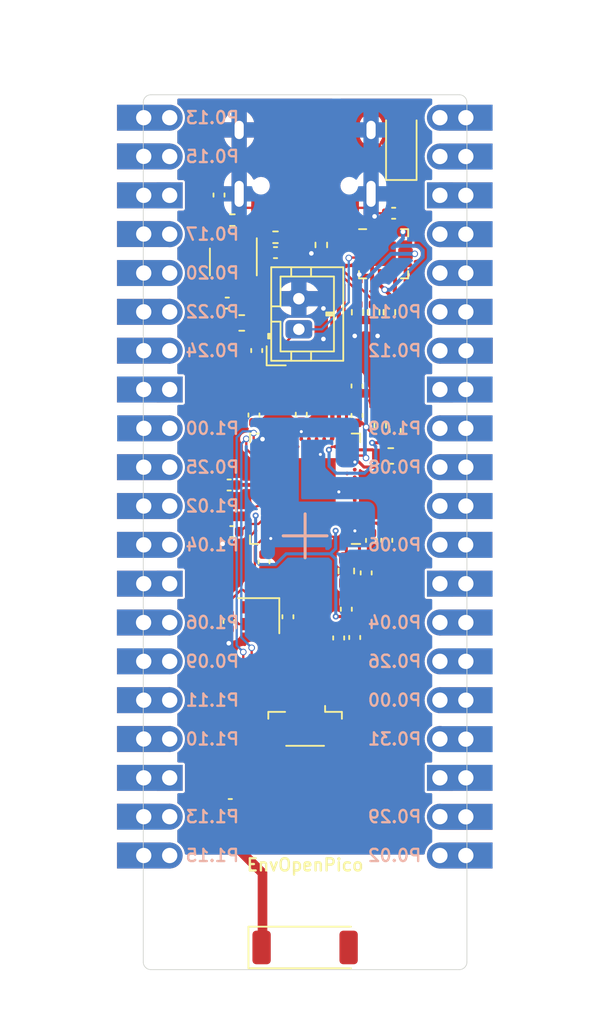
<source format=kicad_pcb>
(kicad_pcb (version 20221018) (generator pcbnew)
  (title_block (title "RP2040 Minimal Design Example") (date "2020-07-13") (rev "REV1") (company "Raspberry Pi (Trading) Ltd"))
  (layers (0 "F.Cu" signal) (31 "B.Cu" signal) (34 "B.Paste" user) (35 "F.Paste" user) (36 "B.SilkS" user "B.Silkscreen") (37 "F.SilkS" user "F.Silkscreen") (38 "B.Mask" user) (39 "F.Mask" user) (44 "Edge.Cuts" user))
  (net 0 "")
  (net 1 "GND")
  (net 2 "VBUS")
  (net 3 "/SWD")
  (net 4 "/SWCLK")
  (net 5 "Net-(AE1-A)")
  (net 6 "Net-(BT1-+)")
  (net 7 "3V3_EN")
  (net 8 "USB_D+")
  (net 9 "USB_D-")
  (net 10 "VSYS")
  (net 11 "Net-(U3-XC1)")
  (net 12 "VDDH")
  (net 13 "Net-(U3-XC2)")
  (net 14 "Net-(U3-ANT)")
  (net 15 "Net-(U3-DEC1)")
  (net 16 "RESET")
  (net 17 "Net-(U3-DEC3)")
  (net 18 "Net-(U3-DEC5)")
  (net 19 "Net-(U3-DECUSB)")
  (net 20 "Net-(U3-DEC4)")
  (net 21 "Net-(D2-K)")
  (net 22 "VDD_NRF")
  (net 23 "Net-(D2-A)")
  (net 24 "Net-(L2-Pad2)")
  (net 25 "GPIO7")
  (net 26 "GPIO0")
  (net 27 "GPIO1")
  (net 28 "GPIO2")
  (net 29 "GPIO3")
  (net 30 "GPIO4")
  (net 31 "GPIO5")
  (net 32 "GPIO6")
  (net 33 "GPIO10")
  (net 34 "GPIO9")
  (net 35 "GPIO8")
  (net 36 "GPIO15")
  (net 37 "GPIO14")
  (net 38 "GPIO13")
  (net 39 "GPIO12")
  (net 40 "GPIO11")
  (net 41 "GPIO26")
  (net 42 "GPIO25")
  (net 43 "GPIO24")
  (net 44 "GPIO23")
  (net 45 "GPIO22")
  (net 46 "GPIO21")
  (net 47 "GPIO20")
  (net 48 "GPIO19")
  (net 49 "GPIO18")
  (net 50 "GPIO17")
  (net 51 "GPIO16")
  (net 52 "Net-(U1-SW)")
  (net 53 "Net-(U3-DCC)")
  (net 54 "Net-(U3-DCCH)")
  (net 55 "Net-(USB1-CC1)")
  (net 56 "Net-(USB1-CC2)")
  (net 57 "Net-(U2-ISET)")
  (net 58 "Net-(U2-TS)")
  (net 85 "+3V3")
  (footprint "Connector_JST:JST_SUR_BM03B-SURS-TF_1x03-1MP_P0.80mm_Vertical" (layer "F.Cu") (at 37 66.6 180)
    (fp_text reference "J5" hide)
    (fp_text value "BM03B 3P" hide)
  )
  (footprint "HRO-TYPE-C31-M-12:HRO-TYPE-C-31-M-12" (layer "F.Cu") (at 37 24.925 180)
    (fp_text reference "USB1" hide)
    (fp_text value "TYPE-C-31-M-12" hide)
  )
  (footprint "Diode_SMD:D_SOD-123" (layer "F.Cu") (at 43.302 28.55 90)
    (fp_text reference "D4" hide)
    (fp_text value "1N4002W" hide)
  )
  (footprint "Package_DFN_QFN:Nordic_AQFN-73-1EP_7x7mm_P0.5mm" (layer "F.Cu") (at 37 50.995 180)
    (fp_text reference "U3" hide)
    (fp_text value "nRF52840" hide)
  )
  (footprint "RF_Antenna:Johanson_2450AT43F0100" (layer "F.Cu") (at 37 81)
    (fp_text reference "AE1" hide)
    (fp_text value "Antenna" hide)
  )
  (footprint "Package_DFN_QFN:VQFN-16-1EP_3x3mm_P0.5mm_EP1.6x1.6mm" (layer "F.Cu") (at 42.14 35.625)
    (fp_text reference "U2" hide)
    (fp_text value "BQ24072RGT" hide)
  )
  (footprint "Capacitor_SMD:C_0402_1005Metric" (layer "F.Cu") (at 40.4 46.205 -90)
    (fp_text reference "C3" hide)
    (fp_text value "4.7uF" hide)
  )
  (footprint "Capacitor_SMD:C_0402_1005Metric" (layer "F.Cu") (at 39.7 58.875 90)
    (fp_text reference "L2" hide)
    (fp_text value "15nH" hide)
  )
  (footprint "Capacitor_SMD:C_0402_1005Metric" (layer "F.Cu") (at 33.83 41.955 90)
    (fp_text reference "C21" hide)
    (fp_text value "4.7uf 0402" hide)
  )
  (footprint "Resistor_SMD:R_0402_1005Metric" (layer "F.Cu") (at 35.06 34.545 180)
    (fp_text reference "R6" hide)
    (fp_text value "5.1K" hide)
  )
  (footprint "Capacitor_SMD:C_0402_1005Metric" (layer "F.Cu") (at 42.8 32.975 180)
    (fp_text reference "C19" hide)
    (fp_text value "0402 1uF" hide)
  )
  (footprint "Capacitor_SMD:C_0402_1005Metric" (layer "F.Cu") (at 39.2 60.755 90)
    (fp_text reference "C23" hide)
    (fp_text value "1uF" hide)
  )
  (footprint "Capacitor_SMD:C_0402_1005Metric" (layer "F.Cu") (at 31.36 31.785 90)
    (fp_text reference "C12" hide)
    (fp_text value "0.1uf 0402" hide)
  )
  (footprint "Capacitor_SMD:C_0402_1005Metric" (layer "F.Cu") (at 35.874188 59.369998 90)
    (fp_text reference "C11" hide)
    (fp_text value "15pF 0402" hide)
  )
  (footprint "Inductor_SMD:L_0603_1608Metric" (layer "F.Cu") (at 39.7 56.375 90)
    (fp_text reference "L3" hide)
    (fp_text value "10uH" hide)
  )
  (footprint "Resistor_SMD:R_0402_1005Metric" (layer "F.Cu") (at 41.92 46.85 -90)
    (fp_text reference "C20" hide)
    (fp_text value "0402 10uF" hide)
  )
  (footprint "Capacitor_SMD:C_0402_1005Metric" (layer "F.Cu") (at 42.9 47.18 90)
    (fp_text reference "C18" hide)
    (fp_text value "4.7uF" hide)
  )
  (footprint "Capacitor_SMD:C_0402_1005Metric" (layer "F.Cu") (at 32.2 53.8 180)
    (fp_text reference "C16" hide)
    (fp_text value "100pF 0402" hide)
  )
  (footprint "Capacitor_SMD:C_0402_1005Metric" (layer "F.Cu") (at 40.4 44.275 90)
    (fp_text reference "C22" hide)
    (fp_text value "4.7uF" hide)
  )
  (footprint "Capacitor_SMD:C_0402_1005Metric" (layer "F.Cu") (at 34.31 55.775 90)
    (fp_text reference "C2" hide)
    (fp_text value "100nF" hide)
  )
  (footprint "Package_TO_SOT_SMD:TSOT-23-5" (layer "F.Cu") (at 32.325 36.16 -90)
    (fp_text reference "U1" hide)
    (fp_text value "LM3671MF 3.3" hide)
  )
  (footprint "Inductor_SMD:L_0603_1608Metric" (layer "F.Cu") (at 32.85 40.15 180)
    (fp_text reference "L1" hide)
    (fp_text value "INDUCTOR 2.2uH 0603" hide)
  )
  (footprint "Inductor_SMD:L_0402_1005Metric" (layer "F.Cu") (at 31.66 73.1 90)
    (fp_text reference "L5" hide)
    (fp_text value "5.6nH 0402" hide)
  )
  (footprint "Capacitor_SMD:C_0402_1005Metric" (layer "F.Cu") (at 32.015 59.68 90)
    (fp_text reference "C10" hide)
    (fp_text value "15pF 0402" hide)
  )
  (footprint "Crystal:Crystal_SMD_2016-4Pin_2.0x1.6mm" (layer "F.Cu") (at 33.96 59.3 180)
    (fp_text reference "Y1" hide)
    (fp_text value "32MHz 12pF 2016-4P" hide)
  )
  (footprint "Capacitor_SMD:C_0402_1005Metric" (layer "F.Cu") (at 35.06 35.55)
    (fp_text reference "C1" hide)
    (fp_text value "10uf 0402" hide)
  )
  (footprint "Capacitor_SMD:C_0402_1005Metric" (layer "F.Cu") (at 31.9 38.85)
    (fp_text reference "C9" hide)
    (fp_text value "4.7uf 0402" hide)
  )
  (footprint "Resistor_SMD:R_0402_1005Metric" (layer "F.Cu") (at 42.52 39.45 -90)
    (fp_text reference "R14" hide)
    (fp_text value "10K 0402" hide)
  )
  (footprint "Capacitor_SMD:C_0402_1005Metric" (layer "F.Cu") (at 40.25 60.725 90)
    (fp_text reference "C24" hide)
    (fp_text value "47nF" hide)
  )
  (footprint "Capacitor_SMD:C_0402_1005Metric" (layer "F.Cu") (at 32.1 71.65)
    (fp_text reference "C14" hide)
    (fp_text value "0402 0.8pF" hide)
  )
  (footprint "Resistor_SMD:R_0402_1005Metric" (layer "F.Cu") (at 40.44 39.45 -90)
    (fp_text reference "R11" hide)
    (fp_text value "10K 0402" hide)
  )
  (footprint "Capacitor_SMD:C_0402_1005Metric" (layer "F.Cu") (at 42.35 54.37 -90)
    (fp_text reference "C15" hide)
    (fp_text value "100nF 0402" hide)
  )
  (footprint "Capacitor_SMD:C_0402_1005Metric" (layer "F.Cu") (at 32.025 50.75 180)
    (fp_text reference "C17" hide)
    (fp_text value "820pF 0402 - DNP" hide)
  )
  (footprint "Connector_JST:JST_PH_B2B-PH-K_1x02_P2.00mm_Vertical" (layer "F.Cu") (at 36.59 40.565 90)
    (fp_text reference "BT1" hide)
    (fp_text value "Li-Po Battery" hide)
  )
  (footprint "Resistor_SMD:R_0402_1005Metric" (layer "F.Cu") (at 32.235 33.425 180)
    (fp_text reference "R7" hide)
    (fp_text value "100ohm" hide)
  )
  (footprint "Capacitor_SMD:C_0402_1005Metric" (layer "F.Cu") (at 41 56.5 90)
    (fp_text reference "C5" hide)
    (fp_text value "100nF" hide)
  )
  (footprint "Capacitor_SMD:C_0402_1005Metric" (layer "F.Cu") (at 36.75 46.125 90)
    (fp_text reference "C6" hide)
    (fp_text value "100nF" hide)
  )
  (footprint "Inductor_SMD:L_0603_1608Metric" (layer "F.Cu") (at 42.61 48.85 180)
    (fp_text reference "L4" hide)
    (fp_text value "10uH" hide)
  )
  (footprint "Capacitor_SMD:C_0402_1005Metric" (layer "F.Cu") (at 41.35 54.375 -90)
    (fp_text reference "C4" hide)
    (fp_text value "1uF" hide)
  )
  (footprint "Resistor_SMD:R_0402_1005Metric" (layer "F.Cu") (at 41.49 39.45 90)
    (fp_text reference "R12" hide)
    (fp_text value "10K 0402" hide)
  )
  (footprint "Capacitor_SMD:C_0402_1005Metric" (layer "F.Cu") (at 33.65 46.175 -90)
    (fp_text reference "C7" hide)
    (fp_text value "4.7uF" hide)
  )
  (footprint "Resistor_SMD:R_0402_1005Metric" (layer "F.Cu") (at 38.06 35.05 90)
    (fp_text reference "R5" hide)
    (fp_text value "5.1K" hide)
  )
  (footprint "LED_SMD:LED_0402_1005Metric" (layer "F.Cu") (at 43.55 38.775 -90)
    (fp_text reference "D2" hide)
    (fp_text value "0402 led" hide)
  )
  (footprint "2.54mmheadercastelation:PinHeader_1x20_P2.54mm_Vertical_castelated" (layer "B.Cu") (at 45.83 26.725 180)
    (fp_text reference "J4" hide)
    (fp_text value "2.54mm header 01x20" hide)
  )
  (footprint "2.54mmheadercastelation:PinHeader_1x20_P2.54mm_Vertical_castelated" (layer "B.Cu") (at 28.13 74.985)
    (fp_text reference "J3" hide)
    (fp_text value "2.54mm header 01x20" hide)
  )
  (gr_arc (start 47.6 81.95) (mid 47.453553 82.303553) (end 47.1 82.45) (stroke (width 0.05)) (layer "Edge.Cuts"))
  (gr_line (start 47.6 81.95) (end 47.6 25.725) (stroke (width 0.05)) (layer "Edge.Cuts"))
  (gr_arc (start 47.1 25.225) (mid 47.453553 25.371447) (end 47.6 25.725) (stroke (width 0.05)) (layer "Edge.Cuts"))
  (gr_line (start 26.4 81.95) (end 26.4 25.725) (stroke (width 0.05)) (layer "Edge.Cuts"))
  (gr_arc (start 26.4 25.725) (mid 26.546447 25.371447) (end 26.9 25.225) (stroke (width 0.05)) (layer "Edge.Cuts"))
  (gr_line (start 26.9 82.45) (end 47.1 82.45) (stroke (width 0.05)) (layer "Edge.Cuts"))
  (gr_arc (start 26.9 82.45) (mid 26.546447 82.303553) (end 26.4 81.95) (stroke (width 0.05)) (layer "Edge.Cuts"))
  (gr_line (start 26.9 25.225) (end 47.1 25.225) (stroke (width 0.05)) (layer "Edge.Cuts"))
  (gr_text "P0.17" (at 30.924 34.345) (layer "B.SilkS") (effects (font (size 0.8 0.8) (thickness 0.153)) (justify mirror)))
  (gr_text "P0.12" (at 42.862 41.965) (layer "B.SilkS") (effects (font (size 0.8 0.8) (thickness 0.153)) (justify mirror)))
  (gr_text "P0.02" (at 42.862 74.985) (layer "B.SilkS") (effects (font (size 0.8 0.8) (thickness 0.153)) (justify mirror)))
  (gr_text "P0.15" (at 30.924 29.265) (layer "B.SilkS") (effects (font (size 0.8 0.8) (thickness 0.153)) (justify mirror)))
  (gr_text "P1.06" (at 30.924 59.745) (layer "B.SilkS") (effects (font (size 0.8 0.8) (thickness 0.153)) (justify mirror)))
  (gr_text "P1.10" (at 30.924 67.365) (layer "B.SilkS") (effects (font (size 0.8 0.8) (thickness 0.153)) (justify mirror)))
  (gr_text "P0.00" (at 42.862 64.825) (layer "B.SilkS") (effects (font (size 0.8 0.8) (thickness 0.153)) (justify mirror)))
  (gr_text "P1.02" (at 30.924 52.125) (layer "B.SilkS") (effects (font (size 0.8 0.8) (thickness 0.153)) (justify mirror)))
  (gr_text "P0.06" (at 42.862 54.665) (layer "B.SilkS") (effects (font (size 0.8 0.8) (thickness 0.153)) (justify mirror)))
  (gr_text "P1.09" (at 42.862 47.045) (layer "B.SilkS") (effects (font (size 0.8 0.8) (thickness 0.153)) (justify mirror)))
  (gr_text "P0.24" (at 30.924 41.965) (layer "B.SilkS") (effects (font (size 0.8 0.8) (thickness 0.153)) (justify mirror)))
  (gr_text "P0.26" (at 42.862 62.285) (layer "B.SilkS") (effects (font (size 0.8 0.8) (thickness 0.153)) (justify mirror)))
  (gr_text "P0.13" (at 30.924 26.725) (layer "B.SilkS") (effects (font (size 0.8 0.8) (thickness 0.153)) (justify mirror)))
  (gr_text "P0.25" (at 30.924 49.585) (layer "B.SilkS") (effects (font (size 0.8 0.8) (thickness 0.153)) (justify mirror)))
  (gr_text "P1.04" (at 30.924 54.665) (layer "B.SilkS") (effects (font (size 0.8 0.8) (thickness 0.153)) (justify mirror)))
  (gr_text "P0.11" (at 42.862 39.425) (layer "B.SilkS") (effects (font (size 0.8 0.8) (thickness 0.153)) (justify mirror)))
  (gr_text "P1.00" (at 30.924 47.045) (layer "B.SilkS") (effects (font (size 0.8 0.8) (thickness 0.153)) (justify mirror)))
  (gr_text "P0.20" (at 30.924 36.885) (layer "B.SilkS") (effects (font (size 0.8 0.8) (thickness 0.153)) (justify mirror)))
  (gr_text "P1.11" (at 30.924 64.825) (layer "B.SilkS") (effects (font (size 0.8 0.8) (thickness 0.153)) (justify mirror)))
  (gr_text "P1.13" (at 30.924 72.445) (layer "B.SilkS") (effects (font (size 0.8 0.8) (thickness 0.153)) (justify mirror)))
  (gr_text "P1.15" (at 30.924 74.985) (layer "B.SilkS") (effects (font (size 0.8 0.8) (thickness 0.153)) (justify mirror)))
  (gr_text "P0.22" (at 30.924 39.425) (layer "B.SilkS") (effects (font (size 0.8 0.8) (thickness 0.153)) (justify mirror)))
  (gr_text "P0.31" (at 42.862 67.365) (layer "B.SilkS") (effects (font (size 0.8 0.8) (thickness 0.153)) (justify mirror)))
  (gr_text "P0.29" (at 42.862 72.445) (layer "B.SilkS") (effects (font (size 0.8 0.8) (thickness 0.153)) (justify mirror)))
  (gr_text "P0.08" (at 42.862 49.585) (layer "B.SilkS") (effects (font (size 0.8 0.8) (thickness 0.153)) (justify mirror)))
  (gr_text "P0.09" (at 30.924 62.285) (layer "B.SilkS") (effects (font (size 0.8 0.8) (thickness 0.153)) (justify mirror)))
  (gr_text "P0.04" (at 42.862 59.745) (layer "B.SilkS") (effects (font (size 0.8 0.8) (thickness 0.153)) (justify mirror)))
  (gr_text "EnvOpenPico" (at 37 75.6) (layer "F.SilkS") (effects (font (size 0.8 0.8) (thickness 0.153))))
  (dimension (type center) (layer "B.SilkS") (pts (xy 37 54.075) (xy 37 52.64)) (style (thickness 0.2) (arrow_length 1.27) (text_position_mode 0) (extension_offset 0.5) keep_text_aligned))
  (segment (start 41.39 36.375) (end 41.39 37.0625) (width 0.25) (layer "F.Cu") (net 1))
  (segment (start 41.89 33.52) (end 41.55 33.18) (width 0.25) (layer "F.Cu") (net 1))
  (segment (start 37 65.75) (end 37.06 65.69) (width 0.15) (layer "F.Cu") (net 1))
  (segment (start 31.6 53.92) (end 31.72 53.8) (width 0.15) (layer "F.Cu") (net 1))
  (segment (start 38.5 52.495) (end 37 50.995) (width 0.25) (layer "F.Cu") (net 1))
  (segment (start 38.5 53.745) (end 38.5 52.495) (width 0.25) (layer "F.Cu") (net 1))
  (segment (start 41.89 35.375) (end 42.14 35.625) (width 0.25) (layer "F.Cu") (net 1))
  (segment (start 40.6225 37.0625) (end 41.39 37.0625) (width 0.25) (layer "F.Cu") (net 1))
  (segment (start 38 49.94) (end 37 50.94) (width 0.2) (layer "F.Cu") (net 1))
  (segment (start 34.66 59.85) (end 33.26 58.75) (width 0.15) (layer "F.Cu") (net 1))
  (segment (start 41.220686 33.509314) (end 41.55 33.18) (width 0.15) (layer "F.Cu") (net 1))
  (segment (start 41.89 34.1875) (end 41.89 33.52) (width 0.25) (layer "F.Cu") (net 1))
  (segment (start 41.755 32.975) (end 41.55 33.18) (width 0.15) (layer "F.Cu") (net 1))
  (segment (start 41.32 32.62) (end 41.32 31.705) (width 0.15) (layer "F.Cu") (net 1))
  (segment (start 40.225 32.62) (end 41.32 32.62) (width 0.15) (layer "F.Cu") (net 1))
  (segment (start 37.41 35.6) (end 38.02 35.6) (width 0.15) (layer "F.Cu") (net 1))
  (segment (start 37.06 65.69) (end 37.06 64.62) (width 0.15) (layer "F.Cu") (net 1))
  (segment (start 37.205 51.2) (end 37 50.995) (width 0.2) (layer "F.Cu") (net 1))
  (segment (start 38.02 35.6) (end 38.06 35.56) (width 0.15) (layer "F.Cu") (net 1))
  (segment (start 32.68 32.62) (end 32.68 31.705) (width 0.15) (layer "F.Cu") (net 1))
  (segment (start 35.5 52.495) (end 37 50.995) (width 0.15) (layer "F.Cu") (net 1))
  (segment (start 40.225 32.62) (end 40.225 33.509314) (width 0.25) (layer "F.Cu") (net 1))
  (segment (start 40.7025 36.8375) (end 40.7025 36.375) (width 0.25) (layer "F.Cu") (net 1))
  (segment (start 40.7025 36.375) (end 41.39 36.375) (width 0.25) (layer "F.Cu") (net 1))
  (segment (start 42.14 35.625) (end 42.865 36.35) (width 0.25) (layer "F.Cu") (net 1))
  (segment (start 42.865 36.57903) (end 42.89 36.60403) (width 0.25) (layer "F.Cu") (net 1))
  (segment (start 40.225 33.509314) (end 41.220686 33.509314) (width 0.15) (layer "F.Cu") (net 1))
  (segment (start 41.39 36.375) (end 42.14 35.625) (width 0.25) (layer "F.Cu") (net 1))
  (segment (start 38 48.75) (end 38 49.94) (width 0.2) (layer "F.Cu") (net 1))
  (segment (start 42.32 32.975) (end 41.755 32.975) (width 0.15) (layer "F.Cu") (net 1))
  (segment (start 42.89 36.60403) (end 42.89 37.0625) (width 0.25) (layer "F.Cu") (net 1))
  (segment (start 33.775 32.62) (end 32.68 32.62) (width 0.15) (layer "F.Cu") (net 1))
  (segment (start 42.865 36.35) (end 42.865 36.57903) (width 0.25) (layer "F.Cu") (net 1))
  (segment (start 40.55 36.99) (end 40.7025 36.8375) (width 0.25) (layer "F.Cu") (net 1))
  (segment (start 39.21 51.2) (end 37.205 51.2) (width 0.2) (layer "F.Cu") (net 1))
  (segment (start 31.6 54.6) (end 31.6 53.92) (width 0.15) (layer "F.Cu") (net 1))
  (segment (start 34.25 52.495) (end 35.5 52.495) (width 0.25) (layer "F.Cu") (net 1))
  (segment (start 40.55 36.99) (end 40.6225 37.0625) (width 0.25) (layer "F.Cu") (net 1))
  (segment (start 37 50.94) (end 37 50.995) (width 0.2) (layer "F.Cu") (net 1))
  (segment (start 41.89 34.1875) (end 41.89 35.375) (width 0.25) (layer "F.Cu") (net 1))
  (via (at 38.2 39.2) (size 0.43) (drill 0.3) (layers "F.Cu" "B.Cu") (net 1))
  (via (at 39.21 51.2) (size 0.4) (drill 0.2) (layers "F.Cu" "B.Cu") (net 1))
  (via (at 38 48.75) (size 0.4) (drill 0.2) (layers "F.Cu" "B.Cu") (net 1))
  (via (at 41.55 33.18) (size 0.43) (drill 0.3) (layers "F.Cu" "B.Cu") (net 1))
  (via (at 32 61.1) (size 0.43) (drill 0.3) (layers "F.Cu" "B.Cu") (net 1))
  (via (at 41.75 41) (size 0.43) (drill 0.3) (layers "F.Cu" "B.Cu") (net 1))
  (via (at 38.2 41.2) (size 0.43) (drill 0.3) (layers "F.Cu" "B.Cu") (net 1))
  (via (at 40.55 36.99) (size 0.43) (drill 0.3) (layers "F.Cu" "B.Cu") (net 1))
  (via (at 37.41 35.6) (size 0.43) (drill 0.3) (layers "F.Cu" "B.Cu") (net 1))
  (via (at 31.6 54.6) (size 0.43) (drill 0.3) (layers "F.Cu" "B.Cu") (net 1))
  (via (at 40.25 41) (size 0.43) (drill 0.3) (layers "F.Cu" "B.Cu") (net 1))
  (segment (start 39.71 44.485) (end 40.4 43.795) (width 0.2) (layer "F.Cu") (net 2))
  (segment (start 33.275 33.955) (end 32.745 33.425) (width 0.15) (layer "F.Cu") (net 2))
  (segment (start 39.45 32.62) (end 39.45 34.567158) (width 0.15) (layer "F.Cu") (net 2))
  (segment (start 39.5764 37.654799) (end 39.5764 41.0664) (width 0.15) (layer "F.Cu") (net 2))
  (segment (start 38.785 36.863399) (end 39.5764 37.654799) (width 0.15) (layer "F.Cu") (net 2))
  (segment (start 39.75 47.745) (end 39.71 47.705) (width 0.2) (layer "F.Cu") (net 2))
  (segment (start 33.275 34.85) (end 33.275 33.955) (width 0.15) (layer "F.Cu") (net 2))
  (segment (start 33.975 35.55) (end 33.275 34.85) (width 0.15) (layer "F.Cu") (net 2))
  (segment (start 39.71 47.705) (end 39.71 44.485) (width 0.2) (layer "F.Cu") (net 2))
  (segment (start 33.275 34.85) (end 34.55 33.575) (width 0.15) (layer "F.Cu") (net 2))
  (segment (start 34.55 33.575) (end 34.55 32.62) (width 0.15) (layer "F.Cu") (net 2))
  (segment (start 34.58 35.55) (end 33.975 35.55) (width 0.15) (layer "F.Cu") (net 2))
  (segment (start 39.45 34.567158) (end 38.785 35.232158) (width 0.15) (layer "F.Cu") (net 2))
  (segment (start 40.4 41.89) (end 40.4 43.795) (width 0.15) (layer "F.Cu") (net 2))
  (segment (start 38.785 35.232158) (end 38.785 36.863399) (width 0.15) (layer "F.Cu") (net 2))
  (segment (start 39.5764 41.0664) (end 40.4 41.89) (width 0.15) (layer "F.Cu") (net 2))
  (segment (start 32.949925 62.429925) (end 34.66 64.14) (width 0.15) (layer "F.Cu") (net 3))
  (segment (start 32.949925 61.675038) (end 32.949925 62.429925) (width 0.15) (layer "F.Cu") (net 3))
  (segment (start 34.66 64.14) (end 35.88 64.14) (width 0.15) (layer "F.Cu") (net 3))
  (segment (start 36.2 64.46) (end 36.2 65.75) (width 0.15) (layer "F.Cu") (net 3))
  (segment (start 35.88 64.14) (end 36.2 64.46) (width 0.15) (layer "F.Cu") (net 3))
  (segment (start 33.63 47.35) (end 33.63 48.125) (width 0.15) (layer "F.Cu") (net 3))
  (segment (start 33.63 48.125) (end 33.75 48.245) (width 0.15) (layer "F.Cu") (net 3))
  (via (at 32.949925 61.675038) (size 0.43) (drill 0.3) (layers "F.Cu" "B.Cu") (net 3))
  (via (at 33.63 47.35) (size 0.43) (drill 0.3) (layers "F.Cu" "B.Cu") (net 3))
  (segment (start 32.949925 61.675038) (end 32.52 61.245113) (width 0.15) (layer "B.Cu") (net 3))
  (segment (start 33.52 47.24) (end 33.63 47.35) (width 0.15) (layer "B.Cu") (net 3))
  (segment (start 32.52 47.64) (end 32.92 47.24) (width 0.15) (layer "B.Cu") (net 3))
  (segment (start 32.52 61.245113) (end 32.52 47.64) (width 0.15) (layer "B.Cu") (net 3))
  (segment (start 32.92 47.24) (end 33.52 47.24) (width 0.15) (layer "B.Cu") (net 3))
  (segment (start 33.5 62.555736) (end 34.784264 63.84) (width 0.15) (layer "F.Cu") (net 4))
  (segment (start 36.83 63.84) (end 37.8 64.81) (width 0.15) (layer "F.Cu") (net 4))
  (segment (start 34.784264 63.84) (end 36.83 63.84) (width 0.15) (layer "F.Cu") (net 4))
  (segment (start 33.505 48.745) (end 33.75 48.745) (width 0.15) (layer "F.Cu") (net 4))
  (segment (start 33.14781 48.38781) (end 33.505 48.745) (width 0.15) (layer "F.Cu") (net 4))
  (segment (start 33.14781 47.731734) (end 33.14781 48.38781) (width 0.15) (layer "F.Cu") (net 4))
  (segment (start 37.8 64.81) (end 37.8 65.75) (width 0.15) (layer "F.Cu") (net 4))
  (segment (start 33.5 61.4) (end 33.5 62.555736) (width 0.15) (layer "F.Cu") (net 4))
  (via (at 33.5 61.4) (size 0.43) (drill 0.3) (layers "F.Cu" "B.Cu") (net 4))
  (via (at 33.14781 47.731734) (size 0.43) (drill 0.3) (layers "F.Cu" "B.Cu") (net 4))
  (segment (start 32.82 60.72) (end 32.82 48.059544) (width 0.15) (layer "B.Cu") (net 4))
  (segment (start 33.5 61.4) (end 32.82 60.72) (width 0.15) (layer "B.Cu") (net 4))
  (segment (start 32.82 48.059544) (end 33.14781 47.731734) (width 0.15) (layer "B.Cu") (net 4))
  (segment (start 34.15 81) (end 34.21 80.94) (width 0.6322) (layer "F.Cu") (net 5))
  (segment (start 34.21 76.135) (end 31.66 73.585) (width 0.6322) (layer "F.Cu") (net 5))
  (segment (start 34.21 80.94) (end 34.21 76.135) (width 0.6322) (layer "F.Cu") (net 5))
  (segment (start 33.83 41.475) (end 35.68 41.475) (width 0.15) (layer "F.Cu") (net 6))
  (segment (start 35.68 41.475) (end 36.59 40.565) (width 0.15) (layer "F.Cu") (net 6))
  (segment (start 39.885 35.875) (end 39.86 35.9) (width 0.15) (layer "F.Cu") (net 6))
  (segment (start 40.7025 35.875) (end 39.885 35.875) (width 0.15) (layer "F.Cu") (net 6))
  (via (at 39.86 35.9) (size 0.43) (drill 0.3) (layers "F.Cu" "B.Cu") (net 6))
  (segment (start 39.86 38.8) (end 38.095 40.565) (width 0.15) (layer "B.Cu") (net 6))
  (segment (start 39.86 35.9) (end 39.86 38.8) (width 0.15) (layer "B.Cu") (net 6))
  (segment (start 38.095 40.565) (end 36.59 40.565) (width 0.15) (layer "B.Cu") (net 6))
  (segment (start 31.725 33.425) (end 31.56 33.26) (width 0.15) (layer "F.Cu") (net 7))
  (segment (start 31.375 34.85) (end 31.61 34.615) (width 0.15) (layer "F.Cu") (net 7))
  (segment (start 31.56 32.265) (end 31.36 32.265) (width 0.15) (layer "F.Cu") (net 7))
  (segment (start 31.61 33.54) (end 31.725 33.425) (width 0.15) (layer "F.Cu") (net 7))
  (segment (start 31.61 34.615) (end 31.61 33.54) (width 0.15) (layer "F.Cu") (net 7))
  (segment (start 31.56 33.26) (end 31.56 32.265) (width 0.15) (layer "F.Cu") (net 7))
  (segment (start 37 31.25) (end 36.5 31.25) (width 0.2764) (layer "F.Cu") (net 8))
  (segment (start 38.7868 47.7082) (end 38.7868 38.4768) (width 0.2764) (layer "F.Cu") (net 8))
  (segment (start 38.75 47.745) (end 38.7868 47.7082) (width 0.2764) (layer "F.Cu") (net 8))
  (segment (start 38.7868 38.4768) (end 36.25 35.94) (width 0.2764) (layer "F.Cu") (net 8))
  (segment (start 36.25 31.5) (end 36.25 32.62) (width 0.2764) (layer "F.Cu") (net 8))
  (segment (start 36.25 35.94) (end 36.25 32.62) (width 0.2764) (layer "F.Cu") (net 8))
  (segment (start 37.25 32.62) (end 37.25 31.5) (width 0.2764) (layer "F.Cu") (net 8))
  (arc (start 37 31.25) (mid 37.176777 31.323223) (end 37.25 31.5) (width 0.2764) (layer "F.Cu") (net 8))
  (arc (start 36.5 31.25) (mid 36.323223 31.323223) (end 36.25 31.5) (width 0.2764) (layer "F.Cu") (net 8))
  (segment (start 37.5 33.85) (end 36.75 33.85) (width 0.2764) (layer "F.Cu") (net 9))
  (segment (start 36.75 33.85) (end 36.75 33.5) (width 0.2764) (layer "F.Cu") (net 9))
  (segment (start 39.4264 43.6868) (end 39.510646 43.6868) (width 0.2764) (layer "F.Cu") (net 9))
  (segment (start 39.4264 42.834) (end 39.710644 42.834) (width 0.2764) (layer "F.Cu") (net 9))
  (segment (start 39.25 47.745) (end 39.2132 47.7082) (width 0.2764) (layer "F.Cu") (net 9))
  (segment (start 37.75 32.62) (end 37.75 33.6) (width 0.2764) (layer "F.Cu") (net 9))
  (segment (start 36.75 35.83698) (end 36.75 34.3) (width 0.2764) (layer "F.Cu") (net 9))
  (segment (start 39.2132 38.30018) (end 36.75 35.83698) (width 0.2764) (layer "F.Cu") (net 9))
  (segment (start 39.2132 42.1944) (end 39.2132 41.859677) (width 0.2764) (layer "F.Cu") (net 9))
  (segment (start 36.75 34.2) (end 36.75 34.3) (width 0.2764) (layer "F.Cu") (net 9))
  (segment (start 36.75 33.5) (end 36.75 32.62) (width 0.2764) (layer "F.Cu") (net 9))
  (segment (start 36.75 33.85) (end 36.75 34.3) (width 0.2764) (layer "F.Cu") (net 9))
  (segment (start 39.710644 42.4076) (end 39.4264 42.4076) (width 0.2764) (layer "F.Cu") (net 9))
  (segment (start 39.2132 41.859677) (end 39.2132 38.30018) (width 0.2764) (layer "F.Cu") (net 9))
  (segment (start 39.2132 47.7082) (end 39.2132 43.9) (width 0.2764) (layer "F.Cu") (net 9))
  (segment (start 39.510646 43.2604) (end 39.4264 43.2604) (width 0.2764) (layer "F.Cu") (net 9))
  (segment (start 37.5 33.85) (end 37.1 33.85) (width 0.2764) (layer "F.Cu") (net 9))
  (arc (start 37.75 33.6) (mid 37.676777 33.776777) (end 37.5 33.85) (width 0.2764) (layer "F.Cu") (net 9))
  (arc (start 39.723846 43.4736) (mid 39.661401 43.322845) (end 39.510646 43.2604) (width 0.2764) (layer "F.Cu") (net 9))
  (arc (start 39.4264 43.2604) (mid 39.275645 43.197955) (end 39.2132 43.0472) (width 0.2764) (layer "F.Cu") (net 9))
  (arc (start 39.2132 43.0472) (mid 39.275645 42.896445) (end 39.4264 42.834) (width 0.2764) (layer "F.Cu") (net 9))
  (arc (start 39.2132 43.9) (mid 39.275645 43.749245) (end 39.4264 43.6868) (width 0.2764) (layer "F.Cu") (net 9))
  (arc (start 39.4264 42.4076) (mid 39.275645 42.345155) (end 39.2132 42.1944) (width 0.2764) (layer "F.Cu") (net 9))
  (arc (start 39.510646 43.6868) (mid 39.661401 43.624355) (end 39.723846 43.4736) (width 0.2764) (layer "F.Cu") (net 9))
  (arc (start 39.710644 42.834) (mid 39.861399 42.771555) (end 39.923844 42.6208) (width 0.2764) (layer "F.Cu") (net 9))
  (arc (start 37.1 33.85) (mid 36.852513 33.952513) (end 36.75 34.2) (width 0.2764) (layer "F.Cu") (net 9))
  (arc (start 37.1 33.85) (mid 36.852513 33.747487) (end 36.75 33.5) (width 0.2764) (layer "F.Cu") (net 9))
  (arc (start 39.923844 42.6208) (mid 39.861399 42.470045) (end 39.710644 42.4076) (width 0.2764) (layer "F.Cu") (net 9))
  (segment (start 41.89 37.655) (end 41.89 37.0625) (width 0.25) (layer "F.Cu") (net 10))
  (segment (start 42.89 34.1875) (end 43.4075 34.1875) (width 0.25) (layer "F.Cu") (net 10))
  (segment (start 43.4075 34.1875) (end 43.41 34.19) (width 0.25) (layer "F.Cu") (net 10))
  (segment (start 42.52 38.285) (end 42.52 38.94) (width 0.25) (layer "F.Cu") (net 10))
  (segment (start 42.215 37.98) (end 41.89 37.655) (width 0.25) (layer "F.Cu") (net 10))
  (segment (start 42.215 37.98) (end 42.52 38.285) (width 0.25) (layer "F.Cu") (net 10))
  (via (at 42.215 37.98) (size 0.43) (drill 0.3) (layers "F.Cu" "B.Cu") (net 10))
  (via (at 43.41 34.19) (size 0.43) (drill 0.3) (layers "F.Cu" "B.Cu") (net 10))
  (segment (start 42.81 35.23) (end 43.41 34.63) (width 0.25) (layer "B.Cu") (net 10))
  (segment (start 43.41 34.63) (end 43.41 34.19) (width 0.25) (layer "B.Cu") (net 10))
  (segment (start 44.397463 35.105) (end 42.855 35.105) (width 0.25) (layer "B.Cu") (net 10))
  (segment (start 44.705 35.847463) (end 44.705 35.412537) (width 0.25) (layer "B.Cu") (net 10))
  (segment (start 42.215 37.98) (end 42.572463 37.98) (width 0.25) (layer "B.Cu") (net 10))
  (segment (start 42.73 35.23) (end 42.81 35.23) (width 0.25) (layer "B.Cu") (net 10))
  (segment (start 44.705 35.412537) (end 44.397463 35.105) (width 0.25) (layer "B.Cu") (net 10))
  (segment (start 42.855 35.105) (end 42.73 35.23) (width 0.25) (layer "B.Cu") (net 10))
  (segment (start 42.572463 37.98) (end 44.705 35.847463) (width 0.25) (layer "B.Cu") (net 10))
  (segment (start 33.26 59.85) (end 32.665 59.85) (width 0.15) (layer "F.Cu") (net 11))
  (segment (start 32.665 59.85) (end 32.015 59.2) (width 0.15) (layer "F.Cu") (net 11))
  (segment (start 33.356048 57.820315) (end 33.356049 57.820315) (width 0.15) (layer "F.Cu") (net 11))
  (segment (start 33.143917 57.820315) (end 32.972869 57.649267) (width 0.15) (layer "F.Cu") (net 11))
  (segment (start 33.75 53.745) (end 33.41 54.085) (width 0.15) (layer "F.Cu") (net 11))
  (segment (start 33.41 54.085) (end 33.41 57) (width 0.15) (layer "F.Cu") (net 11))
  (segment (start 32.760737 57.649267) (end 32.760735 57.649266) (width 0.15) (layer "F.Cu") (net 11))
  (segment (start 33.184999 57.437134) (end 33.356048 57.608183) (width 0.15) (layer "F.Cu") (net 11))
  (segment (start 33.41 57) (end 33.185 57.225) (width 0.15) (layer "F.Cu") (net 11))
  (segment (start 33.185 57.437134) (end 33.184999 57.437134) (width 0.15) (layer "F.Cu") (net 11))
  (segment (start 32.015 58.395) (end 32.015 59.2) (width 0.15) (layer "F.Cu") (net 11))
  (segment (start 32.760735 57.649266) (end 32.015 58.395) (width 0.15) (layer "F.Cu") (net 11))
  (arc (start 33.185 57.225) (mid 33.141065 57.331068) (end 33.185 57.437134) (width 0.15) (layer "F.Cu") (net 11))
  (arc (start 32.972869 57.649267) (mid 32.866803 57.605333) (end 32.760737 57.649267) (width 0.15) (layer "F.Cu") (net 11))
  (arc (start 33.356049 57.820315) (mid 33.249983 57.864249) (end 33.143917 57.820315) (width 0.15) (layer "F.Cu") (net 11))
  (arc (start 33.356048 57.608183) (mid 33.399982 57.714249) (end 33.356048 57.820315) (width 0.15) (layer "F.Cu") (net 11))
  (segment (start 40.99 48.98) (end 40.81 48.83) (width 0.15) (layer "F.Cu") (net 12))
  (segment (start 39.75 48.995) (end 39.92 48.825) (width 0.15) (layer "F.Cu") (net 12))
  (segment (start 41.4 47.36) (end 41.92 47.36) (width 0.2) (layer "F.Cu") (net 12))
  (segment (start 44.18 35.63) (end 43.69 35.63) (width 0.25) (layer "F.Cu") (net 12))
  (segment (start 43.8225 35.63) (end 43.5775 35.875) (width 0.25) (layer "F.Cu") (net 12))
  (segment (start 39.92 48.825) (end 40.805 48.825) (width 0.15) (layer "F.Cu") (net 12))
  (segment (start 41 46.96) (end 41.4 47.36) (width 0.2) (layer "F.Cu") (net 12))
  (segment (start 43.67 35.65) (end 43.5775 35.5575) (width 0.25) (layer "F.Cu") (net 12))
  (segment (start 44.18 35.63) (end 43.8225 35.63) (width 0.25) (layer "F.Cu") (net 12))
  (segment (start 40.805 48.825) (end 40.99 48.98) (width 0.15) (layer "F.Cu") (net 12))
  (segment (start 43.5775 35.5575) (end 43.5775 35.375) (width 0.25) (layer "F.Cu") (net 12))
  (segment (start 40.725 46.685) (end 41 46.96) (width 0.2) (layer "F.Cu") (net 12))
  (segment (start 40.4 46.685) (end 40.725 46.685) (width 0.2) (layer "F.Cu") (net 12))
  (segment (start 43.69 35.63) (end 43.67 35.65) (width 0.25) (layer "F.Cu") (net 12))
  (via (at 40.99 48.98) (size 0.43) (drill 0.3) (layers "F.Cu" "B.Cu") (net 12))
  (via (at 44.18 35.63) (size 0.43) (drill 0.3) (layers "F.Cu" "B.Cu") (net 12))
  (via (at 41 46.96) (size 0.43) (drill 0.3) (layers "F.Cu" "B.Cu") (net 12))
  (segment (start 42.48 35.79) (end 42.64 35.63) (width 0.25) (layer "B.Cu") (net 12))
  (segment (start 40.915 48.905) (end 40.915 47.045) (width 0.25) (layer "B.Cu") (net 12))
  (segment (start 41 46.96) (end 41 37.27) (width 0.25) (layer "B.Cu") (net 12))
  (segment (start 40.915 47.045) (end 41 46.96) (width 0.25) (layer "B.Cu") (net 12))
  (segment (start 42.64 35.63) (end 44.18 35.63) (width 0.25) (layer "B.Cu") (net 12))
  (segment (start 41 37.27) (end 42.48 35.79) (width 0.25) (layer "B.Cu") (net 12))
  (segment (start 40.99 48.98) (end 40.915 48.905) (width 0.25) (layer "B.Cu") (net 12))
  (segment (start 33.71 54.785) (end 33.71 57.3) (width 0.15) (layer "F.Cu") (net 13))
  (segment (start 35.21 57.75) (end 35.874188 58.414188) (width 0.15) (layer "F.Cu") (net 13))
  (segment (start 35.734188 58.750001) (end 34.66 58.750001) (width 0.15) (layer "F.Cu") (net 13))
  (segment (start 34.81 57.461329) (end 34.81 57.6) (width 0.15) (layer "F.Cu") (net 13))
  (segment (start 34.16 57.75) (end 34.36 57.75) (width 0.15) (layer "F.Cu") (net 13))
  (segment (start 34.96 57.75) (end 35.21 57.75) (width 0.15) (layer "F.Cu") (net 13))
  (segment (start 35.874188 58.414188) (end 35.874188 58.889998) (width 0.15) (layer "F.Cu") (net 13))
  (segment (start 34.51 57.6) (end 34.51 57.461329) (width 0.15) (layer "F.Cu") (net 13))
  (segment (start 34.25 54.245) (end 33.71 54.785) (width 0.15) (layer "F.Cu") (net 13))
  (segment (start 33.71 57.3) (end 34.16 57.75) (width 0.15) (layer "F.Cu") (net 13))
  (segment (start 35.874188 58.890001) (end 35.734188 58.750001) (width 0.15) (layer "F.Cu") (net 13))
  (arc (start 34.66 57.311329) (mid 34.766066 57.355263) (end 34.81 57.461329) (width 0.15) (layer "F.Cu") (net 13))
  (arc (start 34.36 57.75) (mid 34.466066 57.706066) (end 34.51 57.6) (width 0.15) (layer "F.Cu") (net 13))
  (arc (start 34.81 57.6) (mid 34.853934 57.706066) (end 34.96 57.75) (width 0.15) (layer "F.Cu") (net 13))
  (arc (start 34.51 57.461329) (mid 34.553934 57.355263) (end 34.66 57.311329) (width 0.15) (layer "F.Cu") (net 13))
  (segment (start 31.2 52.8) (end 30.83 53.17) (width 0.6322) (layer "F.Cu") (net 14))
  (segment (start 31.66 71.69) (end 31.66 72.615) (width 0.6322) (layer "F.Cu") (net 14))
  (segment (start 30.83 53.17) (end 30.83 61.18) (width 0.6322) (layer "F.Cu") (net 14))
  (segment (start 33 52.8) (end 31.2 52.8) (width 0.6322) (layer "F.Cu") (net 14))
  (segment (start 33.7 52.2) (end 34.25 51.995) (width 0.15) (layer "F.Cu") (net 14))
  (segment (start 33.4 52.4) (end 33.7 52.2) (width 0.15) (layer "F.Cu") (net 14))
  (segment (start 31.62 61.97) (end 31.62 71.65) (width 0.6322) (layer "F.Cu") (net 14))
  (segment (start 33 52.8) (end 33.4 52.4) (width 0.15) (layer "F.Cu") (net 14))
  (segment (start 31.62 71.65) (end 31.66 71.69) (width 0.6322) (layer "F.Cu") (net 14))
  (segment (start 30.83 61.18) (end 31.62 61.97) (width 0.6322) (layer "F.Cu") (net 14))
  (segment (start 40.25 53.245) (end 41.705 53.245) (width 0.2) (layer "F.Cu") (net 15))
  (segment (start 41.705 53.245) (end 42.35 53.89) (width 0.2) (layer "F.Cu") (net 15))
  (segment (start 32.76 53.8) (end 32.68 53.8) (width 0.15) (layer "F.Cu") (net 17))
  (segment (start 34.25 52.995) (end 33.945 53.3) (width 0.15) (layer "F.Cu") (net 17))
  (segment (start 33.26 53.3) (end 32.76 53.8) (width 0.15) (layer "F.Cu") (net 17))
  (segment (start 33.945 53.3) (end 33.26 53.3) (width 0.15) (layer "F.Cu") (net 17))
  (segment (start 33.75 50.745) (end 32.51 50.745) (width 0.25) (layer "F.Cu") (net 18))
  (segment (start 32.51 50.745) (end 32.505 50.75) (width 0.25) (layer "F.Cu") (net 18))
  (segment (start 42.57 47.99) (end 42.9 47.66) (width 0.2) (layer "F.Cu") (net 19))
  (segment (start 38.765 48.245) (end 38.56 48.45) (width 0.15) (layer "F.Cu") (net 19))
  (segment (start 41.39 47.99) (end 42.57 47.99) (width 0.2) (layer "F.Cu") (net 19))
  (segment (start 39 48.245) (end 38.765 48.245) (width 0.15) (layer "F.Cu") (net 19))
  (via (at 38.56 48.45) (size 0.4) (drill 0.2) (layers "F.Cu" "B.Cu") (net 19))
  (via (at 41.39 47.99) (size 0.4) (drill 0.2) (layers "F.Cu" "B.Cu") (net 19))
  (segment (start 38.56 48.45) (end 38.57 48.46) (width 0.2) (layer "B.Cu") (net 19))
  (segment (start 39.04 49.98) (end 40.89 49.98) (width 0.2) (layer "B.Cu") (net 19))
  (segment (start 38.57 49.51) (end 39.04 49.98) (width 0.2) (layer "B.Cu") (net 19))
  (segment (start 41.63 49.24) (end 41.63 48.23) (width 0.2) (layer "B.Cu") (net 19))
  (segment (start 38.57 48.46) (end 38.57 49.51) (width 0.2) (layer "B.Cu") (net 19))
  (segment (start 40.89 49.98) (end 41.63 49.24) (width 0.2) (layer "B.Cu") (net 19))
  (segment (start 41.63 48.23) (end 41.39 47.99) (width 0.2) (layer "B.Cu") (net 19))
  (segment (start 39.7 59.355) (end 39.015 59.355) (width 0.2) (layer "F.Cu") (net 20))
  (segment (start 33.75 52.745) (end 33.755 52.745) (width 0.2) (layer "F.Cu") (net 20))
  (segment (start 39.2 59.855) (end 39.7 59.355) (width 0.2) (layer "F.Cu") (net 20))
  (segment (start 33.755 52.745) (end 33.76 52.75) (width 0.2) (layer "F.Cu") (net 20))
  (segment (start 40.25 60.245) (end 40.25 59.905) (width 0.2) (layer "F.Cu") (net 20))
  (segment (start 39.015 59.355) (end 39.01 59.35) (width 0.2) (layer "F.Cu") (net 20))
  (segment (start 40.25 59.905) (end 39.7 59.355) (width 0.2) (layer "F.Cu") (net 20))
  (segment (start 39.2 60.275) (end 39.2 59.855) (width 0.2) (layer "F.Cu") (net 20))
  (via (at 39.01 59.35) (size 0.4) (drill 0.2) (layers "F.Cu" "B.Cu") (net 20))
  (via (at 33.76 52.75) (size 0.4) (drill 0.2) (layers "F.Cu" "B.Cu") (net 20))
  (via (at 39 53.745) (size 0.4) (drill 0.2) (layers "F.Cu" "B.Cu") (net 20))
  (segment (start 33.76 55.7) (end 34.01 55.95) (width 0.2) (layer "B.Cu") (net 20))
  (segment (start 35.76 55.25) (end 38.66 55.25) (width 0.2) (layer "B.Cu") (net 20))
  (segment (start 38.66 55.25) (end 39 54.91) (width 0.2) (layer "B.Cu") (net 20))
  (segment (start 33.76 52.75) (end 33.76 55.7) (width 0.2) (layer "B.Cu") (net 20))
  (segment (start 39.01 55.6) (end 38.66 55.25) (width 0.2) (layer "B.Cu") (net 20))
  (segment (start 34.01 55.95) (end 35.06 55.95) (width 0.2) (layer "B.Cu") (net 20))
  (segment (start 39.01 59.35) (end 39.01 55.6) (width 0.2) (layer "B.Cu") (net 20))
  (segment (start 39 54.91) (end 39 53.745) (width 0.2) (layer "B.Cu") (net 20))
  (segment (start 35.06 55.95) (end 35.76 55.25) (width 0.2) (layer "B.Cu") (net 20))
  (segment (start 43.5775 38.2625) (end 43.55 38.29) (width 0.25) (layer "F.Cu") (net 21))
  (segment (start 43.5775 36.375) (end 43.5775 38.2625) (width 0.25) (layer "F.Cu") (net 21))
  (segment (start 40.56 54.055) (end 40.56 54.685) (width 0.2) (layer "F.Cu") (net 22))
  (segment (start 34.25 47.745) (end 34.25 47.255) (width 0.2) (layer "F.Cu") (net 22))
  (segment (start 40.56 54.685) (end 40.56 54.35) (width 0.2) (layer "F.Cu") (net 22))
  (segment (start 36.75 47.26) (end 36.75 46.605) (width 0.2) (layer "F.Cu") (net 22))
  (segment (start 40.255 53.745) (end 40.26 53.75) (width 0.2) (layer "F.Cu") (net 22))
  (segment (start 40.25 53.745) (end 40.56 54.055) (width 0.2) (layer "F.Cu") (net 22))
  (segment (start 34.31 55.295) (end 34.75 54.855) (width 0.2) (layer "F.Cu") (net 22))
  (segment (start 34.25 47.255) (end 33.65 46.655) (width 0.2) (layer "F.Cu") (net 22))
  (segment (start 41 55.740001) (end 40.56 55.300001) (width 0.2) (layer "F.Cu") (net 22))
  (segment (start 40.25 49.245) (end 40.525 49.245) (width 0.2) (layer "F.Cu") (net 22))
  (segment (start 40.855 49.575) (end 42.6725 49.575) (width 0.2) (layer "F.Cu") (net 22))
  (segment (start 34.75 54.855) (end 34.75 54.245) (width 0.2) (layer "F.Cu") (net 22))
  (segment (start 40.25 49.245) (end 40.255 49.245) (width 0.2) (layer "F.Cu") (net 22))
  (segment (start 40.255 49.245) (end 40.26 49.25) (width 0.2) (layer "F.Cu") (net 22))
  (segment (start 41 56.02) (end 41 55.740001) (width 0.2) (layer "F.Cu") (net 22))
  (segment (start 40.56 55.300001) (end 40.56 54.685) (width 0.2) (layer "F.Cu") (net 22))
  (segment (start 34.75 54.245) (end 34.75 54.25) (width 0.2) (layer "F.Cu") (net 22))
  (segment (start 41.015 53.895) (end 41.35 53.895) (width 0.2) (layer "F.Cu") (net 22))
  (segment (start 40.56 54.35) (end 41.015 53.895) (width 0.2) (layer "F.Cu") (net 22))
  (segment (start 40.525 49.245) (end 40.855 49.575) (width 0.2) (layer "F.Cu") (net 22))
  (segment (start 34.215 47.745) (end 34.21 47.75) (width 0.15) (layer "F.Cu") (net 22))
  (segment (start 40.25 53.745) (end 40.255 53.745) (width 0.2) (layer "F.Cu") (net 22))
  (segment (start 34.25 47.745) (end 34.215 47.745) (width 0.15) (layer "F.Cu") (net 22))
  (segment (start 42.6725 49.575) (end 43.3975 48.85) (width 0.2) (layer "F.Cu") (net 22))
  (segment (start 36.75 47.745) (end 36.75 47.26) (width 0.2) (layer "F.Cu") (net 22))
  (via (at 40.26 53.75) (size 0.4) (drill 0.2) (layers "F.Cu" "B.Cu") (net 22))
  (via (at 36.75 47.26) (size 0.4) (drill 0.2) (layers "F.Cu" "B.Cu") (net 22))
  (via (at 40.26 49.25) (size 0.4) (drill 0.2) (layers "F.Cu" "B.Cu") (net 22))
  (via (at 34.75 54.25) (size 0.4) (drill 0.2) (layers "F.Cu" "B.Cu") (net 22))
  (via (at 34.21 47.75) (size 0.43) (drill 0.3) (layers "F.Cu" "B.Cu") (net 22))
  (segment (start 35.16 46.8) (end 36.29 46.8) (width 0.15) (layer "B.Cu") (net 22))
  (segment (start 34.21 47.75) (end 35.16 46.8) (width 0.15) (layer "B.Cu") (net 22))
  (segment (start 36.29 46.8) (end 36.75 47.26) (width 0.15) (layer "B.Cu") (net 22))
  (segment (start 43.55 39.66) (end 43.55 39.26) (width 0.15) (layer "F.Cu") (net 23))
  (segment (start 42.52 39.96) (end 43.25 39.96) (width 0.15) (layer "F.Cu") (net 23))
  (segment (start 43.25 39.96) (end 43.55 39.66) (width 0.15) (layer "F.Cu") (net 23))
  (segment (start 39.7 58.395) (end 39.7 57.1625) (width 0.2) (layer "F.Cu") (net 24))
  (segment (start 33.6375 40.15) (end 33.275 39.7875) (width 0.15) (layer "F.Cu") (net 52))
  (segment (start 33.275 39.7875) (end 33.275 37.47) (width 0.15) (layer "F.Cu") (net 52))
  (segment (start 39.7 55.5875) (end 39.7 53.945) (width 0.2) (layer "F.Cu") (net 53))
  (segment (start 39.7 53.945) (end 39.5 53.745) (width 0.2) (layer "F.Cu") (net 53))
  (segment (start 41.4225 48.45) (end 41.8225 48.85) (width 0.2) (layer "F.Cu") (net 54))
  (segment (start 39.75 48.495) (end 39.795 48.45) (width 0.2) (layer "F.Cu") (net 54))
  (segment (start 39.795 48.45) (end 41.4225 48.45) (width 0.2) (layer "F.Cu") (net 54))
  (segment (start 38.06 34.54) (end 38.25 34.35) (width 0.25) (layer "F.Cu") (net 55))
  (segment (start 38.25 34.35) (end 38.25 32.62) (width 0.25) (layer "F.Cu") (net 55))
  (segment (start 35.25 32.62) (end 35.25 33.845) (width 0.25) (layer "F.Cu") (net 56))
  (segment (start 35.25 33.845) (end 34.55 34.545) (width 0.25) (layer "F.Cu") (net 56))
  (segment (start 40.253922 34.1875) (end 41.39 34.1875) (width 0.15) (layer "F.Cu") (net 57))
  (segment (start 40.44 38.94) (end 40.44 38.094135) (width 0.15) (layer "F.Cu") (net 57))
  (segment (start 40.44 38.094135) (end 39.085 36.739135) (width 0.15) (layer "F.Cu") (net 57))
  (segment (start 39.085 35.356422) (end 40.253922 34.1875) (width 0.15) (layer "F.Cu") (net 57))
  (segment (start 39.085 36.739135) (end 39.085 35.356422) (width 0.15) (layer "F.Cu") (net 57))
  (segment (start 41.49 38.94) (end 41.49 38.719871) (width 0.15) (layer "F.Cu") (net 58))
  (segment (start 39.385 36.614871) (end 39.385 35.480686) (width 0.15) (layer "F.Cu") (net 58))
  (segment (start 39.990686 34.875) (end 40.7025 34.875) (width 0.15) (layer "F.Cu") (net 58))
  (segment (start 39.385 35.480686) (end 39.990686 34.875) (width 0.15) (layer "F.Cu") (net 58))
  (segment (start 41.49 38.719871) (end 39.385 36.614871) (width 0.15) (layer "F.Cu") (net 58))
  (segment (start 32.0625 40.15) (end 31.42 39.5075) (width 0.15) (layer "F.Cu") (net 85))
  (segment (start 31.375 38.805) (end 31.42 38.85) (width 0.15) (layer "F.Cu") (net 85))
  (segment (start 31.42 39.5075) (end 31.42 38.85) (width 0.15) (layer "F.Cu") (net 85))
  (segment (start 31.375 37.47) (end 31.375 38.805) (width 0.15) (layer "F.Cu") (net 85))
  (zone (net 10) (net_name "VSYS") (layer "F.Cu") (priority 2) (connect_pads yes (clearance 0.127)) (min_thickness 0.25) (fill yes (thermal_gap 0.508) (thermal_bridge_width 0.508))
    (polygon (pts (xy 47.75 30.575) (xy 42.65 30.575) (xy 42.65 28.625) (xy 44.65 28.625) (xy 45.25 28.025) (xy 47.75 28.025)))
  )
  (zone (net 2) (net_name "VBUS") (layer "F.Cu") (priority 4) (connect_pads yes (clearance 0.25)) (min_thickness 0.254) (fill yes (thermal_gap 0.508) (thermal_bridge_width 0.508))
    (polygon (pts (xy 49.55776 27.83244) (xy 45.03656 27.83244) (xy 44.37108 28.49284) (xy 41.97332 28.49284) (xy 41.97332 30.14892) (xy 39.76352 30.14892) (xy 39.76352 33.39758) (xy 39.0574 33.39758) (xy 39.0574 31.65768) (xy 37.93 30.14892) (xy 36.476437 30.14892) (xy 34.86386 31.70086) (xy 34.86386 33.40012) (xy 34.1552 33.40012) (xy 34.1552 31.678) (xy 34.6632 31.1954) (xy 34.6632 29.90762) (xy 39.54 25.26196) (xy 49.55776 25.26196)))
  )
  (zone (net 10) (net_name "VSYS") (layer "F.Cu") (priority 2) (connect_pads yes (clearance 0.25)) (min_thickness 0.254) (fill yes (thermal_gap 0.508) (thermal_bridge_width 0.508))
    (polygon (pts (xy 43.93 34.625) (xy 42.64 34.625) (xy 42.64 28.685) (xy 43.93 28.685)))
  )
  (zone (net 12) (net_name "VDDH") (layer "F.Cu") (priority 2) (connect_pads yes (clearance 0.127)) (min_thickness 0.25) (fill yes (thermal_gap 0.508) (thermal_bridge_width 0.508))
    (polygon (pts (xy 44.05 36.025) (xy 43.1 36.025) (xy 43.1 35.225) (xy 44.05 35.225)))
  )
  (zone (net 6) (net_name "Net-(BT1-+)") (layer "F.Cu") (connect_pads yes (clearance 0.127)) (min_thickness 0.127) (fill yes (thermal_gap 0.508) (thermal_bridge_width 0.508))
    (polygon (pts (xy 41.05 35.997) (xy 40.3364 35.997) (xy 40.3364 35.255) (xy 41.05 35.255)))
  )
  (zone (net 1) (net_name "GND") (layers "F&B.Cu") (priority 1) (connect_pads (clearance 0.15)) (min_thickness 0.15) (fill yes (thermal_gap 0.5) (thermal_bridge_width 1))
    (polygon (pts (xy 47.75 74.925) (xy 26.25 74.925) (xy 26.249696 24.927117) (xy 47.749696 24.927117)))
  )
  (zone (net 0) (net_name "") (layers "F&B.Cu") (connect_pads (clearance 0)) (min_thickness 0.254)
    (keepout (tracks allowed) (vias allowed) (pads allowed) (copperpour not_allowed) (footprints allowed))
    (fill (thermal_gap 0.508) (thermal_bridge_width 0.508))
    (polygon (pts (xy 49.42 76.795) (xy 45.328 76.795) (xy 45.328 24.895) (xy 49.42 24.895)))
  )
  (zone (net 0) (net_name "") (layers "F&B.Cu") (connect_pads (clearance 0)) (min_thickness 0.254)
    (keepout (tracks allowed) (vias allowed) (pads allowed) (copperpour not_allowed) (footprints allowed))
    (fill (thermal_gap 0.508) (thermal_bridge_width 0.508))
    (polygon (pts (xy 28.63 76.795) (xy 24.55 76.795) (xy 24.55 24.895) (xy 28.63 24.895)))
  )
  (zone (net 22) (net_name "VDD_NRF") (layer "B.Cu") (priority 2) (connect_pads yes (clearance 0.127)) (min_thickness 0.127) (fill yes (thermal_gap 0.508) (thermal_bridge_width 0.508) (smoothing fillet) (radius 0.5))
    (polygon (pts (xy 40.525 46.35) (xy 40.525 49.6) (xy 39 49.6) (xy 39 47.635) (xy 36.586562 47.635) (xy 36.586562 51.835) (xy 41.575 51.835) (xy 41.575 54.825) (xy 39.6924 54.825) (xy 39.692 55.0366) (xy 38.321 55.036) (xy 38.3208 54.825) (xy 35.025 54.825) (xy 35.025 55.6) (xy 34.1 55.6) (xy 34.1 53.85) (xy 34.1 52.276) (xy 33.399 51.575) (xy 33.4 47) (xy 33.4 46.35)))
  )
)
</source>
